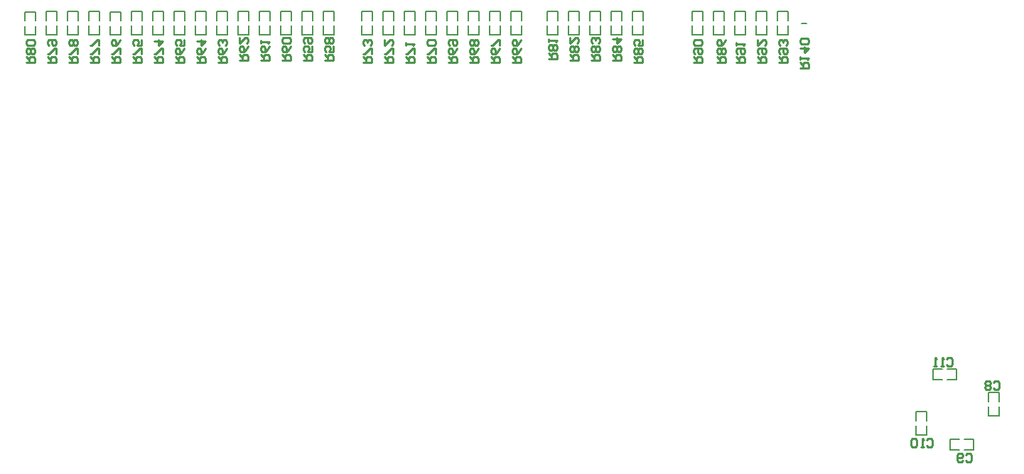
<source format=gbo>
G04*
G04 #@! TF.GenerationSoftware,Altium Limited,Altium Designer,22.3.1 (43)*
G04*
G04 Layer_Color=32896*
%FSLAX25Y25*%
%MOIN*%
G70*
G04*
G04 #@! TF.SameCoordinates,F15A7EA6-3F3C-4714-8FA7-CF7AF9E4284A*
G04*
G04*
G04 #@! TF.FilePolarity,Positive*
G04*
G01*
G75*
%ADD12C,0.00787*%
%ADD14C,0.01000*%
%ADD15C,0.00500*%
D12*
X406819Y339000D02*
X409181D01*
D14*
X406001Y318002D02*
X409999D01*
Y320002D01*
X409333Y320668D01*
X408000D01*
X407334Y320002D01*
Y318002D01*
Y319335D02*
X406001Y320668D01*
Y322001D02*
Y323334D01*
Y322667D01*
X409999D01*
X409333Y322001D01*
X406001Y327333D02*
X409999D01*
X408000Y325333D01*
Y327999D01*
X409333Y329332D02*
X409999Y329998D01*
Y331331D01*
X409333Y331998D01*
X406667D01*
X406001Y331331D01*
Y329998D01*
X406667Y329332D01*
X409333D01*
X396001Y320668D02*
X399999D01*
Y322668D01*
X399333Y323334D01*
X398000D01*
X397334Y322668D01*
Y320668D01*
Y322001D02*
X396001Y323334D01*
X396667Y324667D02*
X396001Y325333D01*
Y326666D01*
X396667Y327333D01*
X399333D01*
X399999Y326666D01*
Y325333D01*
X399333Y324667D01*
X398666D01*
X398000Y325333D01*
Y327333D01*
X399333Y328666D02*
X399999Y329332D01*
Y330665D01*
X399333Y331332D01*
X398666D01*
X398000Y330665D01*
Y329999D01*
Y330665D01*
X397334Y331332D01*
X396667D01*
X396001Y330665D01*
Y329332D01*
X396667Y328666D01*
X386001Y320668D02*
X389999D01*
Y322668D01*
X389333Y323334D01*
X388000D01*
X387334Y322668D01*
Y320668D01*
Y322001D02*
X386001Y323334D01*
X386667Y324667D02*
X386001Y325334D01*
Y326666D01*
X386667Y327333D01*
X389333D01*
X389999Y326666D01*
Y325334D01*
X389333Y324667D01*
X388666D01*
X388000Y325334D01*
Y327333D01*
X386001Y331332D02*
Y328666D01*
X388666Y331332D01*
X389333D01*
X389999Y330665D01*
Y329332D01*
X389333Y328666D01*
X376001Y320519D02*
X379999D01*
Y322518D01*
X379333Y323185D01*
X378000D01*
X377333Y322518D01*
Y320519D01*
Y321852D02*
X376001Y323185D01*
X376667Y324517D02*
X376001Y325184D01*
Y326517D01*
X376667Y327183D01*
X379333D01*
X379999Y326517D01*
Y325184D01*
X379333Y324517D01*
X378666D01*
X378000Y325184D01*
Y327183D01*
X376001Y328516D02*
Y329849D01*
Y329183D01*
X379999D01*
X379333Y328516D01*
X356001Y320668D02*
X359999D01*
Y322668D01*
X359333Y323334D01*
X358000D01*
X357333Y322668D01*
Y320668D01*
Y322001D02*
X356001Y323334D01*
X356667Y324667D02*
X356001Y325333D01*
Y326666D01*
X356667Y327333D01*
X359333D01*
X359999Y326666D01*
Y325333D01*
X359333Y324667D01*
X358666D01*
X358000Y325333D01*
Y327333D01*
X359333Y328666D02*
X359999Y329332D01*
Y330665D01*
X359333Y331332D01*
X356667D01*
X356001Y330665D01*
Y329332D01*
X356667Y328666D01*
X359333D01*
X367001Y320668D02*
X370999D01*
Y322668D01*
X370333Y323334D01*
X369000D01*
X368334Y322668D01*
Y320668D01*
Y322001D02*
X367001Y323334D01*
X370333Y324667D02*
X370999Y325334D01*
Y326666D01*
X370333Y327333D01*
X369666D01*
X369000Y326666D01*
X368334Y327333D01*
X367667D01*
X367001Y326666D01*
Y325334D01*
X367667Y324667D01*
X368334D01*
X369000Y325334D01*
X369666Y324667D01*
X370333D01*
X369000Y325334D02*
Y326666D01*
X370999Y331332D02*
X370333Y329999D01*
X369000Y328666D01*
X367667D01*
X367001Y329332D01*
Y330665D01*
X367667Y331332D01*
X368334D01*
X369000Y330665D01*
Y328666D01*
X328001Y320668D02*
X331999D01*
Y322668D01*
X331333Y323334D01*
X330000D01*
X329333Y322668D01*
Y320668D01*
Y322001D02*
X328001Y323334D01*
X331333Y324667D02*
X331999Y325333D01*
Y326666D01*
X331333Y327333D01*
X330666D01*
X330000Y326666D01*
X329333Y327333D01*
X328667D01*
X328001Y326666D01*
Y325333D01*
X328667Y324667D01*
X329333D01*
X330000Y325333D01*
X330666Y324667D01*
X331333D01*
X330000Y325333D02*
Y326666D01*
X331999Y331332D02*
Y328666D01*
X330000D01*
X330666Y329999D01*
Y330665D01*
X330000Y331332D01*
X328667D01*
X328001Y330665D01*
Y329332D01*
X328667Y328666D01*
X318001Y321668D02*
X321999D01*
Y323668D01*
X321333Y324334D01*
X320000D01*
X319334Y323668D01*
Y321668D01*
Y323001D02*
X318001Y324334D01*
X321333Y325667D02*
X321999Y326333D01*
Y327666D01*
X321333Y328333D01*
X320666D01*
X320000Y327666D01*
X319334Y328333D01*
X318667D01*
X318001Y327666D01*
Y326333D01*
X318667Y325667D01*
X319334D01*
X320000Y326333D01*
X320666Y325667D01*
X321333D01*
X320000Y326333D02*
Y327666D01*
X318001Y331665D02*
X321999D01*
X320000Y329666D01*
Y332332D01*
X308001Y321668D02*
X311999D01*
Y323668D01*
X311333Y324334D01*
X310000D01*
X309334Y323668D01*
Y321668D01*
Y323001D02*
X308001Y324334D01*
X311333Y325667D02*
X311999Y326334D01*
Y327666D01*
X311333Y328333D01*
X310666D01*
X310000Y327666D01*
X309334Y328333D01*
X308667D01*
X308001Y327666D01*
Y326334D01*
X308667Y325667D01*
X309334D01*
X310000Y326334D01*
X310666Y325667D01*
X311333D01*
X310000Y326334D02*
Y327666D01*
X311333Y329666D02*
X311999Y330332D01*
Y331665D01*
X311333Y332332D01*
X310666D01*
X310000Y331665D01*
Y330999D01*
Y331665D01*
X309334Y332332D01*
X308667D01*
X308001Y331665D01*
Y330332D01*
X308667Y329666D01*
X298001Y321668D02*
X301999D01*
Y323668D01*
X301333Y324334D01*
X300000D01*
X299334Y323668D01*
Y321668D01*
Y323001D02*
X298001Y324334D01*
X301333Y325667D02*
X301999Y326333D01*
Y327666D01*
X301333Y328333D01*
X300666D01*
X300000Y327666D01*
X299334Y328333D01*
X298667D01*
X298001Y327666D01*
Y326333D01*
X298667Y325667D01*
X299334D01*
X300000Y326333D01*
X300666Y325667D01*
X301333D01*
X300000Y326333D02*
Y327666D01*
X298001Y332332D02*
Y329666D01*
X300666Y332332D01*
X301333D01*
X301999Y331665D01*
Y330332D01*
X301333Y329666D01*
X288001Y322335D02*
X291999D01*
Y324334D01*
X291333Y325001D01*
X290000D01*
X289334Y324334D01*
Y322335D01*
Y323668D02*
X288001Y325001D01*
X291333Y326334D02*
X291999Y327000D01*
Y328333D01*
X291333Y328999D01*
X290666D01*
X290000Y328333D01*
X289334Y328999D01*
X288667D01*
X288001Y328333D01*
Y327000D01*
X288667Y326334D01*
X289334D01*
X290000Y327000D01*
X290666Y326334D01*
X291333D01*
X290000Y327000D02*
Y328333D01*
X288001Y330332D02*
Y331665D01*
Y330999D01*
X291999D01*
X291333Y330332D01*
X43001Y320668D02*
X46999D01*
Y322668D01*
X46333Y323334D01*
X45000D01*
X44333Y322668D01*
Y320668D01*
Y322001D02*
X43001Y323334D01*
X46333Y324667D02*
X46999Y325333D01*
Y326666D01*
X46333Y327333D01*
X45666D01*
X45000Y326666D01*
X44333Y327333D01*
X43667D01*
X43001Y326666D01*
Y325333D01*
X43667Y324667D01*
X44333D01*
X45000Y325333D01*
X45666Y324667D01*
X46333D01*
X45000Y325333D02*
Y326666D01*
X46333Y328666D02*
X46999Y329332D01*
Y330665D01*
X46333Y331332D01*
X43667D01*
X43001Y330665D01*
Y329332D01*
X43667Y328666D01*
X46333D01*
X53001Y320668D02*
X56999D01*
Y322668D01*
X56333Y323334D01*
X55000D01*
X54334Y322668D01*
Y320668D01*
Y322001D02*
X53001Y323334D01*
X56999Y324667D02*
Y327333D01*
X56333D01*
X53667Y324667D01*
X53001D01*
X53667Y328666D02*
X53001Y329332D01*
Y330665D01*
X53667Y331332D01*
X56333D01*
X56999Y330665D01*
Y329332D01*
X56333Y328666D01*
X55666D01*
X55000Y329332D01*
Y331332D01*
X63001Y320668D02*
X66999D01*
Y322668D01*
X66333Y323334D01*
X65000D01*
X64333Y322668D01*
Y320668D01*
Y322001D02*
X63001Y323334D01*
X66999Y324667D02*
Y327333D01*
X66333D01*
X63667Y324667D01*
X63001D01*
X66333Y328666D02*
X66999Y329332D01*
Y330665D01*
X66333Y331332D01*
X65666D01*
X65000Y330665D01*
X64333Y331332D01*
X63667D01*
X63001Y330665D01*
Y329332D01*
X63667Y328666D01*
X64333D01*
X65000Y329332D01*
X65666Y328666D01*
X66333D01*
X65000Y329332D02*
Y330665D01*
X73001Y320668D02*
X76999D01*
Y322668D01*
X76333Y323334D01*
X75000D01*
X74334Y322668D01*
Y320668D01*
Y322001D02*
X73001Y323334D01*
X76999Y324667D02*
Y327333D01*
X76333D01*
X73667Y324667D01*
X73001D01*
X76999Y328666D02*
Y331332D01*
X76333D01*
X73667Y328666D01*
X73001D01*
X83001Y320668D02*
X86999D01*
Y322668D01*
X86333Y323334D01*
X85000D01*
X84333Y322668D01*
Y320668D01*
Y322001D02*
X83001Y323334D01*
X86999Y324667D02*
Y327333D01*
X86333D01*
X83667Y324667D01*
X83001D01*
X86999Y331332D02*
X86333Y329999D01*
X85000Y328666D01*
X83667D01*
X83001Y329332D01*
Y330665D01*
X83667Y331332D01*
X84333D01*
X85000Y330665D01*
Y328666D01*
X93001Y320668D02*
X96999D01*
Y322668D01*
X96333Y323334D01*
X95000D01*
X94333Y322668D01*
Y320668D01*
Y322001D02*
X93001Y323334D01*
X96999Y324667D02*
Y327333D01*
X96333D01*
X93667Y324667D01*
X93001D01*
X96999Y331332D02*
Y328666D01*
X95000D01*
X95666Y329999D01*
Y330665D01*
X95000Y331332D01*
X93667D01*
X93001Y330665D01*
Y329332D01*
X93667Y328666D01*
X103001Y320668D02*
X106999D01*
Y322668D01*
X106333Y323334D01*
X105000D01*
X104333Y322668D01*
Y320668D01*
Y322001D02*
X103001Y323334D01*
X106999Y324667D02*
Y327333D01*
X106333D01*
X103667Y324667D01*
X103001D01*
Y330665D02*
X106999D01*
X105000Y328666D01*
Y331332D01*
X201001Y320668D02*
X204999D01*
Y322668D01*
X204333Y323334D01*
X203000D01*
X202333Y322668D01*
Y320668D01*
Y322001D02*
X201001Y323334D01*
X204999Y324667D02*
Y327333D01*
X204333D01*
X201667Y324667D01*
X201001D01*
X204333Y328666D02*
X204999Y329332D01*
Y330665D01*
X204333Y331332D01*
X203666D01*
X203000Y330665D01*
Y329999D01*
Y330665D01*
X202333Y331332D01*
X201667D01*
X201001Y330665D01*
Y329332D01*
X201667Y328666D01*
X211001Y320668D02*
X214999D01*
Y322668D01*
X214333Y323334D01*
X213000D01*
X212334Y322668D01*
Y320668D01*
Y322001D02*
X211001Y323334D01*
X214999Y324667D02*
Y327333D01*
X214333D01*
X211667Y324667D01*
X211001D01*
Y331332D02*
Y328666D01*
X213666Y331332D01*
X214333D01*
X214999Y330665D01*
Y329332D01*
X214333Y328666D01*
X221001Y320668D02*
X224999D01*
Y322668D01*
X224333Y323334D01*
X223000D01*
X222334Y322668D01*
Y320668D01*
Y322001D02*
X221001Y323334D01*
X224999Y324667D02*
Y327333D01*
X224333D01*
X221667Y324667D01*
X221001D01*
Y328666D02*
Y329999D01*
Y329332D01*
X224999D01*
X224333Y328666D01*
X231001Y320668D02*
X234999D01*
Y322668D01*
X234333Y323334D01*
X233000D01*
X232334Y322668D01*
Y320668D01*
Y322001D02*
X231001Y323334D01*
X234999Y324667D02*
Y327333D01*
X234333D01*
X231667Y324667D01*
X231001D01*
X234333Y328666D02*
X234999Y329332D01*
Y330665D01*
X234333Y331332D01*
X231667D01*
X231001Y330665D01*
Y329332D01*
X231667Y328666D01*
X234333D01*
X241001Y320668D02*
X244999D01*
Y322668D01*
X244333Y323334D01*
X243000D01*
X242334Y322668D01*
Y320668D01*
Y322001D02*
X241001Y323334D01*
X244999Y327333D02*
X244333Y326000D01*
X243000Y324667D01*
X241667D01*
X241001Y325334D01*
Y326666D01*
X241667Y327333D01*
X242334D01*
X243000Y326666D01*
Y324667D01*
X241667Y328666D02*
X241001Y329332D01*
Y330665D01*
X241667Y331332D01*
X244333D01*
X244999Y330665D01*
Y329332D01*
X244333Y328666D01*
X243666D01*
X243000Y329332D01*
Y331332D01*
X251001Y320668D02*
X254999D01*
Y322668D01*
X254333Y323334D01*
X253000D01*
X252334Y322668D01*
Y320668D01*
Y322001D02*
X251001Y323334D01*
X254999Y327333D02*
X254333Y326000D01*
X253000Y324667D01*
X251667D01*
X251001Y325334D01*
Y326666D01*
X251667Y327333D01*
X252334D01*
X253000Y326666D01*
Y324667D01*
X254333Y328666D02*
X254999Y329332D01*
Y330665D01*
X254333Y331332D01*
X253666D01*
X253000Y330665D01*
X252334Y331332D01*
X251667D01*
X251001Y330665D01*
Y329332D01*
X251667Y328666D01*
X252334D01*
X253000Y329332D01*
X253666Y328666D01*
X254333D01*
X253000Y329332D02*
Y330665D01*
X261001Y320668D02*
X264999D01*
Y322668D01*
X264333Y323334D01*
X263000D01*
X262333Y322668D01*
Y320668D01*
Y322001D02*
X261001Y323334D01*
X264999Y327333D02*
X264333Y326000D01*
X263000Y324667D01*
X261667D01*
X261001Y325333D01*
Y326666D01*
X261667Y327333D01*
X262333D01*
X263000Y326666D01*
Y324667D01*
X264999Y328666D02*
Y331332D01*
X264333D01*
X261667Y328666D01*
X261001D01*
X271001Y320668D02*
X274999D01*
Y322668D01*
X274333Y323334D01*
X273000D01*
X272334Y322668D01*
Y320668D01*
Y322001D02*
X271001Y323334D01*
X274999Y327333D02*
X274333Y326000D01*
X273000Y324667D01*
X271667D01*
X271001Y325334D01*
Y326666D01*
X271667Y327333D01*
X272334D01*
X273000Y326666D01*
Y324667D01*
X274999Y331332D02*
X274333Y329999D01*
X273000Y328666D01*
X271667D01*
X271001Y329332D01*
Y330665D01*
X271667Y331332D01*
X272334D01*
X273000Y330665D01*
Y328666D01*
X113001Y320668D02*
X116999D01*
Y322668D01*
X116333Y323334D01*
X115000D01*
X114333Y322668D01*
Y320668D01*
Y322001D02*
X113001Y323334D01*
X116999Y327333D02*
X116333Y326000D01*
X115000Y324667D01*
X113667D01*
X113001Y325333D01*
Y326666D01*
X113667Y327333D01*
X114333D01*
X115000Y326666D01*
Y324667D01*
X116999Y331332D02*
Y328666D01*
X115000D01*
X115666Y329999D01*
Y330665D01*
X115000Y331332D01*
X113667D01*
X113001Y330665D01*
Y329332D01*
X113667Y328666D01*
X123001Y320668D02*
X126999D01*
Y322668D01*
X126333Y323334D01*
X125000D01*
X124334Y322668D01*
Y320668D01*
Y322001D02*
X123001Y323334D01*
X126999Y327333D02*
X126333Y326000D01*
X125000Y324667D01*
X123667D01*
X123001Y325334D01*
Y326666D01*
X123667Y327333D01*
X124334D01*
X125000Y326666D01*
Y324667D01*
X123001Y330665D02*
X126999D01*
X125000Y328666D01*
Y331332D01*
X133001Y320668D02*
X136999D01*
Y322668D01*
X136333Y323334D01*
X135000D01*
X134334Y322668D01*
Y320668D01*
Y322001D02*
X133001Y323334D01*
X136999Y327333D02*
X136333Y326000D01*
X135000Y324667D01*
X133667D01*
X133001Y325333D01*
Y326666D01*
X133667Y327333D01*
X134334D01*
X135000Y326666D01*
Y324667D01*
X136333Y328666D02*
X136999Y329332D01*
Y330665D01*
X136333Y331332D01*
X135666D01*
X135000Y330665D01*
Y329999D01*
Y330665D01*
X134334Y331332D01*
X133667D01*
X133001Y330665D01*
Y329332D01*
X133667Y328666D01*
X143001Y321668D02*
X146999D01*
Y323668D01*
X146333Y324334D01*
X145000D01*
X144334Y323668D01*
Y321668D01*
Y323001D02*
X143001Y324334D01*
X146999Y328333D02*
X146333Y327000D01*
X145000Y325667D01*
X143667D01*
X143001Y326333D01*
Y327666D01*
X143667Y328333D01*
X144334D01*
X145000Y327666D01*
Y325667D01*
X143001Y332332D02*
Y329666D01*
X145666Y332332D01*
X146333D01*
X146999Y331665D01*
Y330332D01*
X146333Y329666D01*
X153001Y321668D02*
X156999D01*
Y323668D01*
X156333Y324334D01*
X155000D01*
X154333Y323668D01*
Y321668D01*
Y323001D02*
X153001Y324334D01*
X156999Y328333D02*
X156333Y327000D01*
X155000Y325667D01*
X153667D01*
X153001Y326333D01*
Y327666D01*
X153667Y328333D01*
X154333D01*
X155000Y327666D01*
Y325667D01*
X153001Y329666D02*
Y330999D01*
Y330332D01*
X156999D01*
X156333Y329666D01*
X163001Y321668D02*
X166999D01*
Y323668D01*
X166333Y324334D01*
X165000D01*
X164333Y323668D01*
Y321668D01*
Y323001D02*
X163001Y324334D01*
X166999Y328333D02*
X166333Y327000D01*
X165000Y325667D01*
X163667D01*
X163001Y326334D01*
Y327666D01*
X163667Y328333D01*
X164333D01*
X165000Y327666D01*
Y325667D01*
X166333Y329666D02*
X166999Y330332D01*
Y331665D01*
X166333Y332332D01*
X163667D01*
X163001Y331665D01*
Y330332D01*
X163667Y329666D01*
X166333D01*
X173001Y321668D02*
X176999D01*
Y323668D01*
X176333Y324334D01*
X175000D01*
X174334Y323668D01*
Y321668D01*
Y323001D02*
X173001Y324334D01*
X176999Y328333D02*
Y325667D01*
X175000D01*
X175666Y327000D01*
Y327666D01*
X175000Y328333D01*
X173667D01*
X173001Y327666D01*
Y326333D01*
X173667Y325667D01*
Y329666D02*
X173001Y330332D01*
Y331665D01*
X173667Y332332D01*
X176333D01*
X176999Y331665D01*
Y330332D01*
X176333Y329666D01*
X175666D01*
X175000Y330332D01*
Y332332D01*
X183001Y321668D02*
X186999D01*
Y323668D01*
X186333Y324334D01*
X185000D01*
X184334Y323668D01*
Y321668D01*
Y323001D02*
X183001Y324334D01*
X186999Y328333D02*
Y325667D01*
X185000D01*
X185666Y327000D01*
Y327666D01*
X185000Y328333D01*
X183667D01*
X183001Y327666D01*
Y326333D01*
X183667Y325667D01*
X186333Y329666D02*
X186999Y330332D01*
Y331665D01*
X186333Y332332D01*
X185666D01*
X185000Y331665D01*
X184334Y332332D01*
X183667D01*
X183001Y331665D01*
Y330332D01*
X183667Y329666D01*
X184334D01*
X185000Y330332D01*
X185666Y329666D01*
X186333D01*
X185000Y330332D02*
Y331665D01*
X474666Y181333D02*
X475333Y181999D01*
X476665D01*
X477332Y181333D01*
Y178667D01*
X476665Y178001D01*
X475333D01*
X474666Y178667D01*
X473333Y178001D02*
X472000D01*
X472667D01*
Y181999D01*
X473333Y181333D01*
X470001Y178001D02*
X468668D01*
X469335D01*
Y181999D01*
X470001Y181333D01*
X465333Y143333D02*
X465999Y143999D01*
X467332D01*
X467998Y143333D01*
Y140667D01*
X467332Y140001D01*
X465999D01*
X465333Y140667D01*
X464000Y140001D02*
X462667D01*
X463333D01*
Y143999D01*
X464000Y143333D01*
X460667D02*
X460001Y143999D01*
X458668D01*
X458002Y143333D01*
Y140667D01*
X458668Y140001D01*
X460001D01*
X460667Y140667D01*
Y143333D01*
X483666Y136333D02*
X484333Y136999D01*
X485666D01*
X486332Y136333D01*
Y133667D01*
X485666Y133001D01*
X484333D01*
X483666Y133667D01*
X482334D02*
X481667Y133001D01*
X480334D01*
X479668Y133667D01*
Y136333D01*
X480334Y136999D01*
X481667D01*
X482334Y136333D01*
Y135667D01*
X481667Y135000D01*
X479668D01*
X496666Y170333D02*
X497333Y170999D01*
X498666D01*
X499332Y170333D01*
Y167667D01*
X498666Y167001D01*
X497333D01*
X496666Y167667D01*
X495333Y170333D02*
X494667Y170999D01*
X493334D01*
X492668Y170333D01*
Y169667D01*
X493334Y169000D01*
X492668Y168333D01*
Y167667D01*
X493334Y167001D01*
X494667D01*
X495333Y167667D01*
Y168333D01*
X494667Y169000D01*
X495333Y169667D01*
Y170333D01*
X494667Y169000D02*
X493334D01*
D15*
X360500Y333600D02*
Y337700D01*
X355500Y333600D02*
X360500D01*
X355500D02*
Y337800D01*
Y340300D02*
Y344400D01*
X360500D01*
Y340300D02*
Y344400D01*
X370500Y333600D02*
Y337700D01*
X365500Y333600D02*
X370500D01*
X365500D02*
Y337800D01*
Y340300D02*
Y344400D01*
X370500D01*
Y340300D02*
Y344400D01*
X380500Y333600D02*
Y337700D01*
X375500Y333600D02*
X380500D01*
X375500D02*
Y337800D01*
Y340300D02*
Y344400D01*
X380500D01*
Y340300D02*
Y344400D01*
X390500Y333600D02*
Y337700D01*
X385500Y333600D02*
X390500D01*
X385500D02*
Y337800D01*
Y340300D02*
Y344400D01*
X390500D01*
Y340300D02*
Y344400D01*
X400500Y333600D02*
Y337700D01*
X395500Y333600D02*
X400500D01*
X395500D02*
Y337800D01*
Y340300D02*
Y344400D01*
X400500D01*
Y340300D02*
Y344400D01*
X332500Y340300D02*
Y344400D01*
X327500D02*
X332500D01*
X327500Y340300D02*
Y344400D01*
Y333600D02*
Y337800D01*
Y333600D02*
X332500D01*
Y337700D01*
X312500Y340300D02*
Y344400D01*
X307500D02*
X312500D01*
X307500Y340300D02*
Y344400D01*
Y333600D02*
Y337800D01*
Y333600D02*
X312500D01*
Y337700D01*
X322500Y340300D02*
Y344400D01*
X317500D02*
X322500D01*
X317500Y340300D02*
Y344400D01*
Y333600D02*
Y337800D01*
Y333600D02*
X322500D01*
Y337700D01*
X292500Y340300D02*
Y344400D01*
X287500D02*
X292500D01*
X287500Y340300D02*
Y344400D01*
Y333600D02*
Y337800D01*
Y333600D02*
X292500D01*
Y337700D01*
X302500Y340300D02*
Y344400D01*
X297500D02*
X302500D01*
X297500Y340300D02*
Y344400D01*
Y333600D02*
Y337800D01*
Y333600D02*
X302500D01*
Y337700D01*
X275500Y340300D02*
Y344400D01*
X270500D02*
X275500D01*
X270500Y340300D02*
Y344400D01*
Y333600D02*
Y337800D01*
Y333600D02*
X275500D01*
Y337700D01*
X255500Y340300D02*
Y344400D01*
X250500D02*
X255500D01*
X250500Y340300D02*
Y344400D01*
Y333600D02*
Y337800D01*
Y333600D02*
X255500D01*
Y337700D01*
X225500Y340300D02*
Y344400D01*
X220500D02*
X225500D01*
X220500Y340300D02*
Y344400D01*
Y333600D02*
Y337800D01*
Y333600D02*
X225500D01*
Y337700D01*
X265500Y340300D02*
Y344400D01*
X260500D02*
X265500D01*
X260500Y340300D02*
Y344400D01*
Y333600D02*
Y337800D01*
Y333600D02*
X265500D01*
Y337700D01*
X245500Y340300D02*
Y344400D01*
X240500D02*
X245500D01*
X240500Y340300D02*
Y344400D01*
Y333600D02*
Y337800D01*
Y333600D02*
X245500D01*
Y337700D01*
X215500Y340300D02*
Y344400D01*
X210500D02*
X215500D01*
X210500Y340300D02*
Y344400D01*
Y333600D02*
Y337800D01*
Y333600D02*
X215500D01*
Y337700D01*
X205500Y340300D02*
Y344400D01*
X200500D02*
X205500D01*
X200500Y340300D02*
Y344400D01*
Y333600D02*
Y337800D01*
Y333600D02*
X205500D01*
Y337700D01*
X235500Y340300D02*
Y344400D01*
X230500D02*
X235500D01*
X230500Y340300D02*
Y344400D01*
Y333600D02*
Y337800D01*
Y333600D02*
X235500D01*
Y337700D01*
X157500Y340300D02*
Y344400D01*
X152500D02*
X157500D01*
X152500Y340300D02*
Y344400D01*
Y333600D02*
Y337800D01*
Y333600D02*
X157500D01*
Y337700D01*
X147500Y340300D02*
Y344400D01*
X142500D02*
X147500D01*
X142500Y340300D02*
Y344400D01*
Y333600D02*
Y337800D01*
Y333600D02*
X147500D01*
Y337700D01*
X167500Y340300D02*
Y344400D01*
X162500D02*
X167500D01*
X162500Y340300D02*
Y344400D01*
Y333600D02*
Y337800D01*
Y333600D02*
X167500D01*
Y337700D01*
X177500Y340300D02*
Y344400D01*
X172500D02*
X177500D01*
X172500Y340300D02*
Y344400D01*
Y333600D02*
Y337800D01*
Y333600D02*
X177500D01*
Y337700D01*
X187500Y340300D02*
Y344400D01*
X182500D02*
X187500D01*
X182500Y340300D02*
Y344400D01*
Y333600D02*
Y337800D01*
Y333600D02*
X187500D01*
Y337700D01*
X137500Y340300D02*
Y344400D01*
X132500D02*
X137500D01*
X132500Y340300D02*
Y344400D01*
Y333600D02*
Y337800D01*
Y333600D02*
X137500D01*
Y337700D01*
X127500Y340300D02*
Y344400D01*
X122500D02*
X127500D01*
X122500Y340300D02*
Y344400D01*
Y333600D02*
Y337800D01*
Y333600D02*
X127500D01*
Y337700D01*
X117500Y340300D02*
Y344400D01*
X112500D02*
X117500D01*
X112500Y340300D02*
Y344400D01*
Y333600D02*
Y337800D01*
Y333600D02*
X117500D01*
Y337700D01*
X57500Y340300D02*
Y344400D01*
X52500D02*
X57500D01*
X52500Y340300D02*
Y344400D01*
Y333600D02*
Y337800D01*
Y333600D02*
X57500D01*
Y337700D01*
X47500Y340150D02*
Y344250D01*
X42500D02*
X47500D01*
X42500Y340150D02*
Y344250D01*
Y333450D02*
Y337650D01*
Y333450D02*
X47500D01*
Y337550D01*
X67500Y340300D02*
Y344400D01*
X62500D02*
X67500D01*
X62500Y340300D02*
Y344400D01*
Y333600D02*
Y337800D01*
Y333600D02*
X67500D01*
Y337700D01*
X77500Y340300D02*
Y344400D01*
X72500D02*
X77500D01*
X72500Y340300D02*
Y344400D01*
Y333600D02*
Y337800D01*
Y333600D02*
X77500D01*
Y337700D01*
X87500Y340150D02*
Y344250D01*
X82500D02*
X87500D01*
X82500Y340150D02*
Y344250D01*
Y333450D02*
Y337650D01*
Y333450D02*
X87500D01*
Y337550D01*
X107500Y340300D02*
Y344400D01*
X102500D02*
X107500D01*
X102500Y340300D02*
Y344400D01*
Y333600D02*
Y337800D01*
Y333600D02*
X107500D01*
Y337700D01*
X97500Y340300D02*
Y344400D01*
X92500D02*
X97500D01*
X92500Y340300D02*
Y344400D01*
Y333600D02*
Y337800D01*
Y333600D02*
X97500D01*
Y337700D01*
X476600Y143500D02*
X480700D01*
X476600Y138500D02*
Y143500D01*
Y138500D02*
X480700D01*
X483200D02*
X487400D01*
Y143500D01*
X483300D02*
X487400D01*
X460500Y145600D02*
Y149700D01*
Y145600D02*
X465500D01*
Y149700D01*
Y152200D02*
Y156400D01*
X460500D02*
X465500D01*
X460500Y152300D02*
Y156400D01*
X499500Y161300D02*
Y165400D01*
X494500D02*
X499500D01*
X494500Y161300D02*
Y165400D01*
Y154600D02*
Y158800D01*
Y154600D02*
X499500D01*
Y158700D01*
X475300Y171500D02*
X479400D01*
Y176500D01*
X475300D02*
X479400D01*
X468600D02*
X472800D01*
X468600Y171500D02*
Y176500D01*
Y171500D02*
X472700D01*
M02*

</source>
